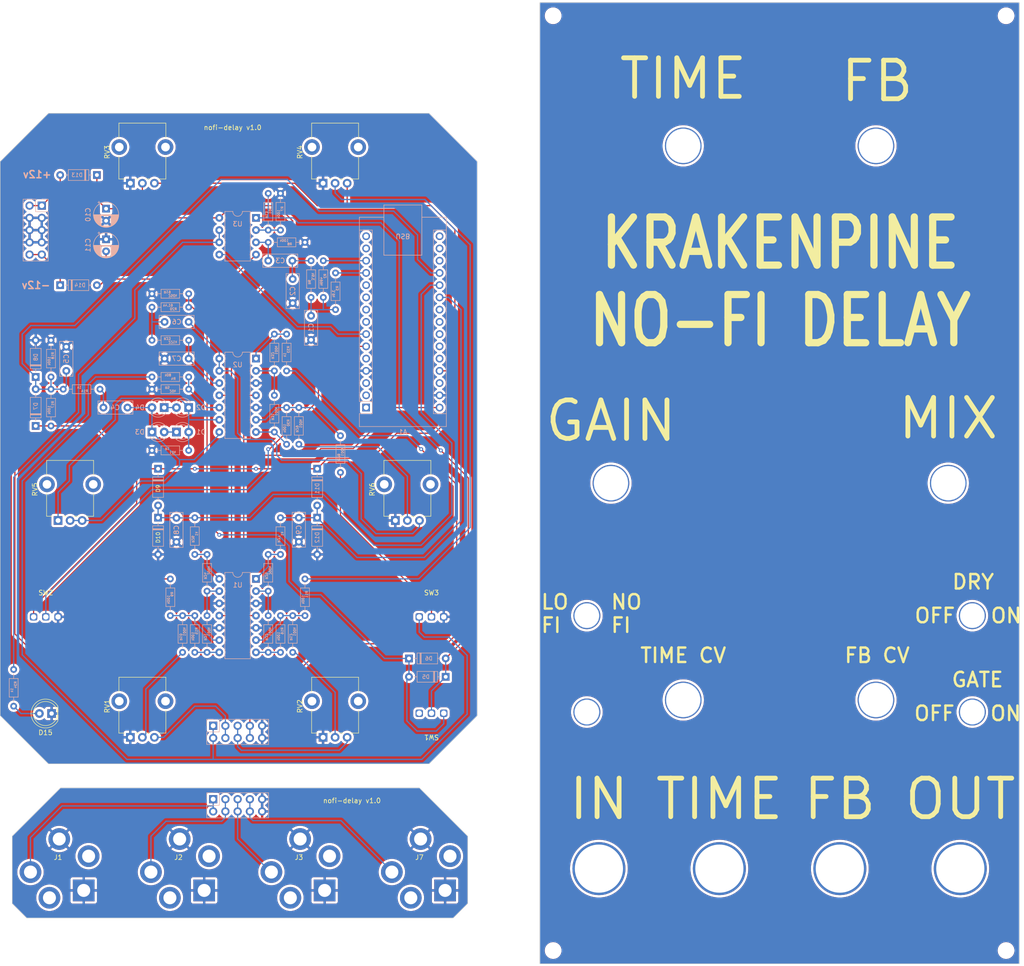
<source format=kicad_pcb>
(kicad_pcb (version 20240108) (generator "pcbnew") (generator_version "8.0")
  (layers (0 "F.Cu" signal) (31 "B.Cu" signal) (34 "B.Paste" user) (35 "F.Paste" user) (36 "B.SilkS" user "B.Silkscreen") (37 "F.SilkS" user "F.Silkscreen") (38 "B.Mask" user) (39 "F.Mask" user) (44 "Edge.Cuts" user))
  (net 0 "")
  (net 2 "D0")
  (net 4 "GND")
  (net 5 "D2")
  (net 6 "D3")
  (net 7 "D4")
  (net 8 "D5")
  (net 9 "D6")
  (net 10 "D7")
  (net 11 "D8")
  (net 12 "D9")
  (net 13 "D10")
  (net 14 "D11")
  (net 15 "D12")
  (net 16 "D13")
  (net 19 "A0")
  (net 20 "A1")
  (net 21 "A2")
  (net 22 "A3")
  (net 23 "A4")
  (net 24 "A5")
  (net 25 "A6")
  (net 26 "A7")
  (net 27 "+5V")
  (net 29 "+12V")
  (net 30 "Net-(C1-Pad1)")
  (net 31 "Net-(C2-Pad1)")
  (net 32 "Net-(U3A-+)")
  (net 33 "Net-(D3-K)")
  (net 34 "Net-(C4-Pad2)")
  (net 35 "Net-(C6-Pad1)")
  (net 36 "Net-(U2C-+)")
  (net 37 "-12V")
  (net 38 "Net-(D1-K)")
  (net 39 "Net-(D1-A)")
  (net 40 "Net-(D2-A)")
  (net 41 "Net-(D5-K)")
  (net 42 "Net-(D5-A)")
  (net 43 "Net-(D13-A)")
  (net 44 "Net-(D14-K)")
  (net 45 "Net-(D15-A)")
  (net 46 "f_gnd")
  (net 48 "audio-in-f")
  (net 51 "length_cv_f")
  (net 54 "fb_cv_f")
  (net 56 "output-f")
  (net 57 "audio-in-b")
  (net 58 "length_cv_b")
  (net 59 "fb_cv_b")
  (net 60 "output-b")
  (net 63 "Net-(U3A--)")
  (net 64 "length-pot")
  (net 65 "Net-(U1D--)")
  (net 66 "length-cv-pot")
  (net 67 "fb-pot")
  (net 68 "Net-(U1A--)")
  (net 69 "fb-cv-pot")
  (net 70 "Net-(R15-Pad2)")
  (net 71 "Net-(R16-Pad2)")
  (net 72 "Net-(U1C--)")
  (net 73 "Net-(U1B--)")
  (net 74 "Net-(R24-Pad2)")
  (net 75 "Net-(R25-Pad2)")
  (net 76 "Net-(SW3-B)")
  (net 77 "Net-(U2D--)")
  (net 78 "Net-(R29-Pad1)")
  (net 79 "Net-(R30-Pad2)")
  (net 80 "Net-(U2B--)")
  (net 81 "Net-(R32-Pad2)")
  (net 82 "Net-(U3B--)")
  (net 84 "Net-(U2D-+)")
  (net 85 "Net-(U2A--)")
  (footprint "omat:Alpha pot hole 7.1mm" (layer "F.Cu") (at 197.25 44.75)
    (property "Reference" "REF**" (hide yes))
    (property "Value" "Alpha pot hole 7.1mm" (hide yes))
  )
  (footprint "omat:Jack_6.5mm LMNCmid" (layer "F.Cu") (at 52.5 195)
    (property "Reference" "J2")
    (property "Value" "length_cv")
  )
  (footprint "omat:Potentiometer_Alpha_RD901F-40-00D_Single_Vertical_CircularHoles_Middle" (layer "F.Cu") (at 85 45)
    (property "Reference" "RV4")
    (property "Value" "feedback")
  )
  (footprint "omat:Alpha pot hole 7.1mm" (layer "F.Cu") (at 197.25 159.75)
    (property "Reference" "REF**" (hide yes))
    (property "Value" "Alpha pot hole 7.1mm" (hide yes))
  )
  (footprint "omat:Potentiometer_Alpha_RD901F-40-00D_Single_Vertical_CircularHoles_Middle" (layer "F.Cu") (at 30 115)
    (property "Reference" "RV5")
    (property "Value" "audio-in")
  )
  (footprint "MountingHole:MountingHole_3mm" (layer "F.Cu") (at 130.25 17.75)
    (property "Reference" "REF**" (hide yes))
    (property "Value" "MountingHole_3mm" (hide yes))
  )
  (footprint "omat:6,3mm jack hole 10mm" (layer "F.Cu") (at 214.75 194.75)
    (property "Reference" "REF**" (hide yes))
    (property "Value" "6,3mm jack hole 10mm" (hide yes))
  )
  (footprint "omat:Alpha pot hole 7.1mm" (layer "F.Cu") (at 157.25 159.75)
    (property "Reference" "REF**" (hide yes))
    (property "Value" "Alpha pot hole 7.1mm" (hide yes))
  )
  (footprint "omat:6,3mm jack hole 10mm" (layer "F.Cu") (at 139.75 194.75)
    (property "Reference" "REF**" (hide yes))
    (property "Value" "6,3mm jack hole 10mm" (hide yes))
  )
  (footprint "omat:Jack_6.5mm LMNCmid" (layer "F.Cu") (at 27.5 195)
    (property "Reference" "J1")
    (property "Value" "input")
  )
  (footprint "omat:Alpha pot hole 7.1mm" (layer "F.Cu") (at 212.25 114.75)
    (property "Reference" "REF**" (hide yes))
    (property "Value" "Alpha pot hole 7.1mm" (hide yes))
  )
  (footprint "MountingHole:MountingHole_3mm" (layer "F.Cu") (at 224.25 17.75)
    (property "Reference" "REF**" (hide yes))
    (property "Value" "MountingHole_3mm" (hide yes))
  )
  (footprint "omat:submini switch" (layer "F.Cu") (at 24.96 142.5)
    (property "Reference" "SW2")
    (property "Value" "lofi-nofi")
  )
  (footprint "omat:submini switch" (layer "F.Cu") (at 105 142.5)
    (property "Reference" "SW3")
    (property "Value" "fullwet")
  )
  (footprint "omat:Jack_6.5mm LMNCmid" (layer "F.Cu") (at 77.5 195)
    (property "Reference" "J3")
    (property "Value" "feedback_cv")
  )
  (footprint "omat:6,3mm jack hole 10mm" (layer "F.Cu") (at 164.75 194.75)
    (property "Reference" "REF**" (hide yes))
    (property "Value" "6,3mm jack hole 10mm" (hide yes))
  )
  (footprint "omat:6,3mm jack hole 10mm" (layer "F.Cu") (at 189.75 194.75)
    (property "Reference" "REF**" (hide yes))
    (property "Value" "6,3mm jack hole 10mm" (hide yes))
  )
  (footprint "omat:Subminiswitch hole 5.1mm" (layer "F.Cu") (at 137.25 162.25)
    (property "Reference" "REF**" (hide yes))
    (property "Value" "Subminiswitch hole 5.1mm" (hide yes))
  )
  (footprint "omat:submini switch" (layer "F.Cu") (at 105 162.5 180)
    (property "Reference" "SW1")
    (property "Value" "gate")
  )
  (footprint "omat:Potentiometer_Alpha_RD901F-40-00D_Single_Vertical_CircularHoles_Middle" (layer "F.Cu") (at 85 160)
    (property "Reference" "RV2")
    (property "Value" "fb_cv")
  )
  (footprint "omat:Potentiometer_Alpha_RD901F-40-00D_Single_Vertical_CircularHoles_Middle" (layer "F.Cu") (at 100 115)
    (property "Reference" "RV6")
    (property "Value" "delay-vol")
  )
  (footprint "omat:Alpha pot hole 7.1mm" (layer "F.Cu") (at 142.25 114.75)
    (property "Reference" "REF**" (hide yes))
    (property "Value" "Alpha pot hole 7.1mm" (hide yes))
  )
  (footprint "omat:Subminiswitch hole 5.1mm" (layer "F.Cu") (at 217.25 162.25)
    (property "Reference" "REF**" (hide yes))
    (property "Value" "Subminiswitch hole 5.1mm" (hide yes))
  )
  (footprint "omat:Subminiswitch hole 5.1mm" (layer "F.Cu") (at 217.25 142.25)
    (property "Reference" "REF**" (hide yes))
    (property "Value" "Subminiswitch hole 5.1mm" (hide yes))
  )
  (footprint "MountingHole:MountingHole_3mm" (layer "F.Cu") (at 130.25 211.75)
    (property "Reference" "REF**" (hide yes))
    (property "Value" "MountingHole_3mm" (hide yes))
  )
  (footprint "omat:Subminiswitch hole 5.1mm" (layer "F.Cu") (at 137.25 142.25)
    (property "Reference" "REF**" (hide yes))
    (property "Value" "Subminiswitch hole 5.1mm" (hide yes))
  )
  (footprint "MountingHole:MountingHole_3mm" (layer "F.Cu") (at 224.25 211.75)
    (property "Reference" "REF**" (hide yes))
    (property "Value" "MountingHole_3mm" (hide yes))
  )
  (footprint "omat:Potentiometer_Alpha_RD901F-40-00D_Single_Vertical_CircularHoles_Middle" (layer "F.Cu") (at 45 45)
    (property "Reference" "RV3")
    (property "Value" "delay_length")
  )
  (footprint "LED_THT:LED_D5.0mm" (layer "F.Cu") (at 26.162 162.56 180)
    (property "Reference" "D15")
    (property "Value" "LED")
  )
  (footprint "omat:Jack_6.5mm LMNCmid" (layer "F.Cu") (at 102.5 195)
    (property "Reference" "J7")
    (property "Value" "output")
  )
  (footprint "omat:Potentiometer_Alpha_RD901F-40-00D_Single_Vertical_CircularHoles_Middle" (layer "F.Cu") (at 45 160)
    (property "Reference" "RV1")
    (property "Value" "length_cv")
  )
  (footprint "omat:Alpha pot hole 7.1mm" (layer "F.Cu") (at 157.25 44.75)
    (property "Reference" "REF**" (hide yes))
    (property "Value" "Alpha pot hole 7.1mm" (hide yes))
  )
  (footprint "Diode_THT:D_DO-35_SOD27_P7.62mm_Horizontal" (layer "B.Cu") (at 27.94 73.66)
    (property "Reference" "D14" (hide yes))
    (property "Value" "BAT42" (hide yes))
  )
  (footprint "omat:Resistor_oma1" (layer "B.Cu") (at 85.09 74.93 -90)
    (property "Reference" "R3")
    (property "Value" "3.9k")
  )
  (footprint "omat:Resistor_oma1" (layer "B.Cu") (at 78.74 138.43 -90)
    (property "Reference" "R11")
    (property "Value" "100k")
  )
  (footprint "Diode_THT:D_DO-35_SOD27_P7.62mm_Horizontal" (layer "B.Cu") (at 22.86 92.71 90)
    (property "Reference" "D8" (hide yes))
    (property "Value" "BAT42" (hide yes))
  )
  (footprint "omat:Resistor_oma1" (layer "B.Cu") (at 26.035 88.9 -90)
    (property "Reference" "R18")
    (property "Value" "100k")
  )
  (footprint "omat:Resistor_oma1" (layer "B.Cu") (at 74.93 87.63 -90)
    (property "Reference" "R33")
    (property "Value" "1k")
  )
  (footprint "omat:Resistor_oma1" (layer "B.Cu") (at 53.34 146.05 90)
    (property "Reference" "R10")
    (property "Value" "100k")
  )
  (footprint "omat:Resistor_oma1" (layer "B.Cu") (at 74.93 64.77 180)
    (property "Reference" "R8")
    (property "Value" "100k")
  )
  (footprint "Capacitor_THT:C_Rect_L7.0mm_W2.5mm_P5.00mm" (layer "B.Cu") (at 41.91 99.06 180)
    (property "Reference" "C4")
    (property "Value" "100n" (hide yes))
  )
  (footprint "Capacitor_THT:C_Rect_L7.0mm_W2.5mm_P5.00mm" (layer "B.Cu") (at 29.21 91.44 90)
    (property "Reference" "C5")
    (property "Value" "10n" (hide yes))
  )
  (footprint "omat:Resistor_oma1" (layer "B.Cu") (at 50.8 78.232 180)
    (property "Reference" "R20")
    (property "Value" "61.4k")
  )
  (footprint "Module:Arduino_Nano" (layer "B.Cu") (at 91.44 99.06)
    (property "Reference" "A1")
    (property "Value" "Arduino_Nano_v3.x")
  )
  (footprint "Capacitor_THT:C_Rect_L7.0mm_W2.5mm_P5.00mm" (layer "B.Cu") (at 71.12 68.58)
    (property "Reference" "C3")
    (property "Value" "100n" (hide yes))
  )
  (footprint "Diode_THT:D_DO-35_SOD27_P7.62mm_Horizontal" (layer "B.Cu") (at 100.33 151.13)
    (property "Reference" "D6" (hide yes))
    (property "Value" "BAT42" (hide yes))
  )
  (footprint "omat:Resistor_oma1" (layer "B.Cu") (at 50.8 92.71 180)
    (property "Reference" "R4")
    (property "Value" "80k")
  )
  (footprint "Package_DIP:DIP-14_W7.62mm" (layer "B.Cu") (at 68.58 88.9 180)
    (property "Reference" "U2")
    (property "Value" "TL074")
  )
  (footprint "Capacitor_THT:C_Rect_L7.0mm_W2.5mm_P5.00mm" (layer "B.Cu") (at 54.61 88.9 180)
    (property "Reference" "C7")
    (property "Value" "100p" (hide yes))
  )
  (footprint "omat:Resistor_oma1" (layer "B.Cu") (at 73.66 146.05 -90)
    (property "Reference" "R16")
    (property "Value" "100k")
  )
  (footprint "Diode_THT:D_DO-35_SOD27_P7.62mm_Horizontal" (layer "B.Cu") (at 35.56 50.8 180)
    (property "Reference" "D13" (hide yes))
    (property "Value" "BAT42" (hide yes))
  )
  (footprint "omat:Resistor_oma1" (layer "B.Cu") (at 55.88 125.73 90)
    (property "Reference" "R26")
    (property "Value" "1k")
  )
  (footprint "omat:Resistor_oma1" (layer "B.Cu") (at 55.88 146.05 -90)
    (property "Reference" "R15")
    (property "Value" "100k")
  )
  (footprint "LED_THT:LED_D3.0mm" (layer "B.Cu") (at 46.99 104.14)
    (property "Reference" "D3")
    (property "Value" "LED" (hide yes))
  )
  (footprint "Connector_PinHeader_2.54mm:PinHeader_2x05_P2.54mm_Vertical" (layer "B.Cu") (at 59.69 180.34 -90)
    (property "Reference" "J5" (hide yes))
    (property "Value" "Conn_02x05_Odd_Even" (hide yes))
  )
  (footprint "omat:Resistor_oma1" (layer "B.Cu") (at 26.035 99.06 -90)
    (property "Reference" "R17")
    (property "Value" "100k")
  )
  (footprint "omat:Resistor_oma1" (layer "B.Cu") (at 58.42 146.05 90)
    (property "Reference" "R21")
    (property "Value" "100k")
  )
  (footprint "omat:Resistor_oma1" (layer "B.Cu") (at 50.8 85.09)
    (property "Reference" "R23")
    (property "Value" "221k")
  )
  (footprint "omat:Resistor_oma1" (layer "B.Cu") (at 71.12 58.42 90)
    (property "Reference" "R13")
    (property "Value" "100k")
  )
  (footprint "omat:Resistor_oma1" (layer "B.Cu") (at 71.12 133.35 90)
    (property "Reference" "R25")
    (property "Value" "200k")
  )
  (footprint "omat:Resistor_oma1" (layer "B.Cu") (at 50.8 95.25)
    (property "Reference" "R5")
    (property "Value" "20k")
  )
  (footprint "omat:Resistor_oma1" (layer "B.Cu") (at 18.288 157.226 -90)
    (property "Reference" "R34")
    (property "Value" "1k")
  )
  (footprint "omat:Resistor_oma1" (layer "B.Cu") (at 71.12 146.05 90)
    (property "Reference" "R22")
    (property "Value" "100k")
  )
  (footprint "Diode_THT:D_DO-35_SOD27_P7.62mm_Horizontal" (layer "B.Cu") (at 107.95 154.94 180)
    (property "Reference" "D5" (hide yes))
    (property "Value" "BAT42" (hide yes))
  )
  (footprint "Capacitor_THT:CP_Radial_D5.0mm_P2.50mm" (layer "B.Cu") (at 37.465 57.785 -90)
    (property "Reference" "C10")
    (property "Value" "C_Polarized" (hide yes))
  )
  (footprint "Capacitor_THT:C_Rect_L7.0mm_W2.5mm_P5.00mm" (layer "B.Cu") (at 80.01 80.01 -90)
    (property "Reference" "C1")
    (property "Value" "22n" (hide yes))
  )
  (footprint "Diode_THT:D_DO-35_SOD27_P7.62mm_Horizontal" (layer "B.Cu") (at 81.28 121.92 -90)
    (property "Reference" "D12" (hide yes))
    (property "Value" "BAT42" (hide yes))
  )
  (footprint "Capacitor_THT:C_Rect_L7.0mm_W2.5mm_P5.00mm" (layer "B.Cu") (at 76.2 72.39 -90)
    (property "Reference" "C2")
    (property "Value" "10n" (hide yes))
  )
  (footprint "omat:Resistor_oma1" (layer "B.Cu") (at 50.8 138.43 -90)
    (property "Reference" "R9")
    (property "Value" "100k")
  )
  (footprint "Diode_THT:D_DO-35_SOD27_P7.62mm_Horizontal" (layer "B.Cu") (at 22.86 102.87 90)
    (property "Reference" "D7" (hide yes))
    (property "Value" "BAT42" (hide yes))
  )
  (footprint "omat:Resistor_oma1" (layer "B.Cu") (at 77.47 102.87 90)
    (property "Reference" "R29")
    (property "Value" "100k")
  )
  (footprint "omat:Resistor_oma1" (layer "B.Cu") (at 58.42 133.35 90)
    (property "Reference" "R24")
    (property "Value" "200k")
  )
  (footprint "Diode_THT:D_DO-35_SOD27_P7.62mm_Horizontal" (layer "B.Cu") (at 48.26 111.76 -90)
    (property "Reference" "D9" (hide yes))
    (property "Value" "BAT42" (hide yes))
  )
  (footprint "omat:Resistor_oma1" (layer "B.Cu") (at 76.2 146.05 90)
    (property "Reference" "R12")
    (property "Value" "100k")
  )
  (footprint "LED_THT:LED_D3.0mm" (layer "B.Cu") (at 49.53 99.06 180)
    (property "Reference" "D4")
    (property "Value" "LED" (hide yes))
  )
  (footprint "Package_DIP:DIP-14_W7.62mm" (layer "B.Cu") (at 68.58 134.62 180)
    (property "Reference" "U1")
    (property "Value" "TL074")
  )
  (footprint "LED_THT:LED_D3.0mm" (layer "B.Cu") (at 54.61 99.06 180)
    (property "Reference" "D2")
    (property "Value" "LED" (hide yes))
  )
  (footprint "omat:Resistor_oma1" (layer "B.Cu") (at 86.106 108.712 90)
    (property "Reference" "R28")
    (property "Value" "100k")
  )
  (footprint "omat:Resistor_oma1" (layer "B.Cu") (at 72.39 87.63 90)
    (property "Reference" "R32")
    (property "Value" "100k")
  )
  (footprint "omat:Resistor_oma1" (layer "B.Cu") (at 50.8 107.95)
    (property "Reference" "R1")
    (property "Value" "10k")
  )
  (footprint "omat:Resistor_oma1" (layer "B.Cu") (at 73.66 125.73 90)
    (property "Reference" "R27")
    (property "Value" "1k")
  )
  (footprint "omat:Resistor_oma1" (layer "B.Cu") (at 32.385 95.25 180)
    (property "Reference" "R14")
    (property "Value" "1k")
  )
  (footprint "omat:Resistor_oma1" (layer "B.Cu") (at 73.66 58.42 -90)
    (property "Reference" "R7")
    (property "Value" "100k")
  )
  (footprint "Connector_PinHeader_2.54mm:PinHeader_2x05_P2.54mm_Vertical" (layer "B.Cu") (at 59.69 165.1 -90)
    (property "Reference" "J6" (hide yes))
    (property "Value" "Conn_02x05_Odd_Even" (hide yes))
  )
  (footprint "Capacitor_THT:CP_Radial_D5.0mm_P2.50mm" (layer "B.Cu") (at 37.465 64.135 -90)
    (property "Reference" "C11")
    (property "Value" "C_Polarized" (hide yes))
  )
  (footprint "omat:Resistor_oma1" (layer "B.Cu") (at 80.01 72.39 90)
    (property "Reference" "R6")
    (property "Value" "3.9k")
  )
  (footprint "Diode_THT:D_DO-35_SOD27_P7.62mm_Horizontal" (layer "B.Cu") (at 81.28 111.76 -90)
    (property "Reference" "D11" (hide yes))
    (property "Value" "BAT42" (hide yes))
  )
  (footprint "Connector_PinHeader_2.54mm:PinHeader_2x05_P2.54mm_Vertical" (layer "B.Cu") (at 24.125 57.15 180)
    (property "Reference" "J4" (hide yes))
    (property "Value" "Conn_02x05_Odd_Even" (hide yes))
  )
  (footprint "omat:Resistor_oma1" (layer "B.Cu") (at 82.55 72.39 -90)
    (property "Reference" "R2")
    (property "Value" "499k")
  )
  (footprint "omat:Resistor_oma1" (layer "B.Cu") (at 74.93 102.87 -90)
    (property "Reference" "R30")
    (property "Value" "100k")
  )
  (footprint "LED_THT:LED_D3.0mm" (layer "B.Cu") (at 52.07 104.14)
    (property "Reference" "D1")
    (property "Value" "LED" (hide yes))
  )
  (footprint "Diode_THT:D_DO-35_SOD27_P7.62mm_Horizontal" (layer "B.Cu") (at 48.26 121.92 -90)
    (property "Reference" "D10" (hide yes))
    (property "Value" "BAT42" (hide yes))
  )
  (footprint "Capacitor_THT:C_Rect_L7.0mm_W2.5mm_P5.00mm" (layer "B.Cu") (at 52.07 121.96 -90)
    (property "Reference" "C8")
    (property "Value" "10n" (hide yes))
  )
  (footprint "omat:Resistor_oma1" (layer "B.Cu") (at 72.39 100.33 90)
    (property "Reference" "R31")
    (property "Value" "100k")
  )
  (footprint "Package_DIP:DIP-8_W7.62mm" (layer "B.Cu") (at 68.58 59.69 180)
    (property "Reference" "U3")
    (property "Value" "TL072")
  )
  (footprint "Capacitor_THT:C_Rect_L7.0mm_W2.5mm_P5.00mm" (layer "B.Cu") (at 77.47 121.92 -90)
    (property "Reference" "C9")
    (property "Value" "10n" (hide yes))
  )
  (footprint "Capacitor_THT:C_Rect_L7.0mm_W2.5mm_P5.00mm" (layer "B.Cu") (at 49.61 81.28)
    (property "Reference" "C6")
    (property "Value" "1n" (hide yes))
  )
  (footprint "omat:Resistor_oma1" (layer "B.Cu") (at 50.8 75.438)
    (property "Reference" "R19")
    (property "Value" "250k")
  )
  (gr_poly (pts (xy 104.5 38) (xy 114.5 48) (xy 114.5 163) (xy 104.5 173) (xy 25.5 173) (xy 15.5 163) (xy 15.5 48) (xy 25.5 38)) (stroke (width 0.1)) (fill none) (layer "Edge.Cuts"))
  (gr_rect (start 127.5 15) (end 227 214.5) (stroke (width 0.1)) (fill none) (layer "Edge.Cuts"))
  (gr_poly (pts (xy 109.5 205) (xy 112.5 202) (xy 112.5 188) (xy 102.5 178) (xy 28 178) (xy 18 188) (xy 18 202) (xy 21 205)) (stroke (width 0.1)) (fill none) (layer "Edge.Cuts"))
  (gr_text "+12v" (at 26.289 51.562 0) (layer "B.SilkS") (effects (font (size 1.5 1.5) (thickness 0.3) (bold yes)) (justify left bottom mirror)))
  (gr_text "-12v" (at 26.035 74.549 0) (layer "B.SilkS") (effects (font (size 1.5 1.5) (thickness 0.3) (bold yes)) (justify left bottom mirror)))
  (gr_text "TIME" (at 164.75 185 0) (layer "F.SilkS") (effects (font (size 8 8) (thickness 1)) (justify bottom)))
  (gr_text "ON" (at 220.8 144 0) (layer "F.SilkS") (effects (font (size 3 3) (thickness 0.5) (bold yes)) (justify left bottom)))
  (gr_text "TIME CV" (at 157.25 150.5 0) (layer "F.SilkS") (effects (font (size 3 3) (thickness 0.5) (bold yes))))
  (gr_text "FB" (at 197.5 36 0) (layer "F.SilkS") (effects (font (size 8 8) (thickness 1)) (justify bottom)))
  (gr_text "FB CV" (at 197.5 150.5 0) (layer "F.SilkS") (effects (font (size 3 3) (thickness 0.5) (bold yes))))
  (gr_text "NO\nFI" (at 142 146 0) (layer "F.SilkS") (effects (font (size 3 3) (thickness 0.5) (bold yes)) (justify left bottom)))
  (gr_text "MIX" (at 212.25 106 0) (layer "F.SilkS") (effects (font (size 8 8) (thickness 1)) (justify bottom)))
  (gr_text "OFF" (at 204.9 164.3 0) (layer "F.SilkS") (effects (font (size 3 3) (thickness 0.5) (bold yes)) (justify left bottom)))
  (gr_text "OFF" (at 205 144 0) (layer "F.SilkS") (effects (font (size 3 3) (thickness 0.5) (bold yes)) (justify left bottom)))
  (gr_text "TIME" (at 157.25 35.5 0) (layer "F.SilkS") (effects (font (size 8 8) (thickness 1)) (justify bottom)))
  (gr_text "OUT" (at 214.75 185 0) (layer "F.SilkS") (effects (font (size 8 8) (thickness 1)) (justify bottom)))
  (gr_text "DRY" (at 212.8 137 0) (layer "F.SilkS") (effects (font (size 3 3) (thickness 0.5) (bold yes)) (justify left bottom)))
  (gr_text "KRAKENPINE\nNO-FI DELAY" (at 177.4 73 0) (layer "F.SilkS") (effects (font (size 10 8) (thickness 1.5))))
  (gr_text "GATE" (at 212.7 157.3 0) (layer "F.SilkS") (effects (font (size 3 3) (thickness 0.5) (bold yes)) (justify left bottom)))
  (gr_text "IN" (at 139.75 185 0) (layer "F.SilkS") (effects (font (size 8 8) (thickness 1)) (justify bottom)))
  (gr_text "GAIN" (at 142.25 106.5 0) (layer "F.SilkS") (effects (font (size 8 8) (thickness 1)) (justify bottom)))
  (gr_text "FB" (at 189.75 185 0) (layer "F.SilkS") (effects (font (size 8 8) (thickness 1)) (justify bottom)))
  (gr_text "nofi-delay v1.0" (at 57.658 41.529 0) (layer "F.SilkS") (effects (font (size 1 1)) (justify left bottom)))
  (gr_text "ON" (at 220.7 164.3 0) (layer "F.SilkS") (effects (font (size 3 3) (thickness 0.5) (bold yes)) (justify left bottom)))
  (gr_text "nofi-delay v1.0" (at 82.423 181.229 0) (layer "F.SilkS") (effects (font (size 1 1)) (justify left bottom)))
  (gr_text "LO\nFI" (at 127.5 146 0) (layer "F.SilkS") (effects (font (size 3 3) (thickness 0.5) (bold yes)) (justify left bottom)))
  (segment (start 81.534 94.742) (end 89.916 86.36) (width 0.25) (layer "F.Cu") (net 6))
  (segment (start 89.916 86.36) (end 91.44 86.36) (width 0.25) (layer "F.Cu") (net 6))
  (segment (start 81.534 97.536) (end 81.534 94.742) (width 0.25) (layer "F.Cu") (net 6))
  (segment (start 71.12 107.696) (end 71.374 107.696) (width 0.25) (layer "F.Cu") (net 6))
  (segment (start 71.374 107.696) (end 81.534 97.536) (width 0.25) (layer "F.Cu") (net 6))
  (via (at 71.12 107.696) (size 0.8) (drill 0.4) (layers "F.Cu" "B.Cu") (net 6))
  (segment (start 24.96 138.108) (end 24.96 142.5) (width 0.25) (layer "B.Cu") (net 6))
  (segment (start 66.802 116.078) (end 46.99 116.078) (width 0.25) (layer "B.Cu") (net 6))
  (segment (start 46.99 116.078) (end 24.96 138.108) (width 0.25) (layer "B.Cu") (net 6))
  (segment (start 71.12 111.76) (end 66.802 116.078) (width 0.25) (layer "B.Cu") (net 6))
  (segment (start 71.12 107.696) (end 71.12 111.76) (width 0.25) (layer "B.Cu") (net 6))
  (segment (start 85.598 83.82) (end 91.44 83.82) (width 0.25) (layer "B.Cu") (net 7))
  (segment (start 84.074 82.296) (end 85.598 83.82) (width 0.25) (layer "B.Cu") (net 7))
  (segment (start 77.216 82.296) (end 84.074 82.296) (width 0.25) (layer "B.Cu") (net 7))
  (segment (start 62.23 67.31) (end 77.216 82.296) (width 0.25) (layer "B.Cu") (net 7))
  (segment (start 60.96 67.31) (end 62.23 67.31) (width 0.25) (layer "B.Cu") (net 7))
  (segment (start 85.09 71.12) (end 91.44 71.12) (width 0.25) (layer "B.Cu") (net 12))
  (segment (start 82.55 68.58) (end 91.44 68.58) (width 0.25) (layer "B.Cu") (net 13))
  (segment (start 26.035 92.71) (end 26.035 95.25) (width 0.25) (layer "B.Cu") (net 19))
  (segment (start 22.86 92.71) (end 22.86 95.25) (width 0.25) (layer "B.Cu") (net 19))
  (segment (start 97.155 58.293) (end 102.108 63.246) (width 0.25) (layer "B.Cu") (net 19))
  (segment (start 20.066 89.916) (end 20.066 83.82) (width 0.25) (layer "B.Cu") (net 19))
  (segment (start 22.86 92.71) (end 20.066 89.916) (width 0.25) (layer "B.Cu") (net 19))
  (segment (start 30.988 82.042) (end 61.341 51.689) (width 0.25) (layer "B.Cu") (net 19))
  (segment (start 20.066 83.82) (end 21.844 82.042) (width 0.25) (layer "B.Cu") (net 19))
  (segment (start 22.86 95.25) (end 26.035 95.25) (width 0.25) (layer "B.Cu") (net 19))
  (segment (start 75.057 51.689) (end 81.661 58.293) (width 0.25) (layer "B.Cu") (net 19))
  (segment (start 102.108 68.326) (end 104.902 71.12) (width 0.25) (layer "B.Cu") (net 19))
  (segment (start 21.844 82.042) (end 30.988 82.042) (width 0.25) (layer "B.Cu") (net 19))
  (segment (start 102.108 63.246) (end 102.108 68.326) (width 0.25) (layer "B.Cu") (net 19))
  (segment (start 81.661 58.293) (end 97.155 58.293) (width 0.25) (layer "B.Cu") (net 19))
  (segment (start 29.21 91.44) (end 29.21 94.615) (width 0.25) (layer "B.Cu") (net 19))
  (segment (start 29.21 94.615) (end 28.575 95.25) (width 0.25) (layer "B.Cu") (net 19))
  (segment (start 61.341 51.689) (end 75.057 51.689) (width 0.25) (layer "B.Cu") (net 19))
  (segment (start 28.575 95.25) (end 26.035 95.25) (width 0.25) (layer "B.Cu") (net 19))
  (segment (start 104.902 71.12) (end 106.68 71.12) (width 0.25) (layer "B.Cu") (net 19))
  (segment (start 102.87 75.565) (end 104.775 73.66) (width 0.25) (layer "B.Cu") (net 20))
  (segment (start 109.22 106.426) (end 102.87 100.076) (width 0.25) (layer "B.Cu") (net 20))
  (segment (start 102.87 100.076) (end 102.87 75.565) (width 0.25) (layer "B.Cu") (net 20))
  (segment (start 82.55 117.094) (end 93.091 127.635) (width 0.25) (layer "B.Cu") (net 20))
  (segment (start 109.22 121.285) (end 109.22 106.426) (width 0.25) (layer "B.Cu") (net 20))
  (segment (start 55.88 121.92) (end 67.31 121.92) (width 0.25) (layer "B.Cu") (net 20))
  (segment (start 55.84 121.96) (end 55.88 121.92) (width 0.25) (layer "B.Cu") (net 20))
  (segment (start 67.31 121.92) (end 72.136 117.094) (width 0.25) (layer "B.Cu") (net 20))
  (segment (start 52.03 121.92) (end 52.07 121.96) (width 0.25) (layer "B.Cu") (net 20))
  (segment (start 48.26 119.38) (end 48.26 121.92) (width 0.25) (layer "B.Cu") (net 20))
  (segment (start 72.136 117.094) (end 82.55 117.094) (width 0.25) (layer "B.Cu") (net 20))
  (segment (start 102.87 127.635) (end 109.22 121.285) (width 0.25) (layer "B.Cu") (net 20))
  (segment (start 52.07 121.96) (end 55.84 121.96) (width 0.25) (layer "B.Cu") (net 20))
  (segment (start 48.26 121.92) (end 52.03 121.92) (width 0.25) (layer "B.Cu") (net 20))
  (segment (start 93.091 127.635) (end 102.87 127.635) (width 0.25) (layer "B.Cu") (net 20))
  (segment (start 104.775 73.66) (end 106.68 73.66) (width 0.25) (layer "B.Cu") (net 20))
  (segment (start 111.125 78.74) (end 108.585 76.2) (width 0.25) (layer "B.Cu") (net 21))
  (segment (start 77.47 121.92) (end 81.28 121.92) (width 0.25) (layer "B.Cu") (net 21))
  (segment (start 111.125 122.555) (end 111.125 78.74) (width 0.25) (layer "B.Cu") (net 21))
  (segment (start 81.28 121.92) (end 89.535 130.175) (width 0.25) (layer "B.Cu") (net 21))
  (segment (start 81.28 119.38) (end 81.28 121.92) (width 0.25) (layer "B.Cu") (net 21))
  (segment (start 103.505 130.175) (end 111.125 122.555) (width 0.25) (layer "B.Cu") (net 21))
  (segment (start 73.66 121.92) (end 77.47 121.92) (width 0.25) (layer "B.Cu") (net 21))
  (segment (start 89.535 130.175) (end 103.505 130.175) (width 0.25) (layer "B.Cu") (net 21))
  (segment (start 108.585 76.2) (end 106.68 76.2) (width 0.25) (layer "B.Cu") (net 21))
  (segment (start 104.902 57.15) (end 109.855 62.103) (width 0.25) (layer "F.Cu") (net 27))
  (segment (start 81.28 111.76) (end 68.58 111.76) (width 0.25) (layer "F.Cu") (net 27))
  (segment (start 109.855 62.103) (end 109.855 91.44) (width 0.25) (layer "F.Cu") (net 27))
  (segment (start 109.855 100.203) (end 105.664 104.394) (width 0.25) (layer "F.Cu") (net 27))
  (segment (start 22.42 140.394) (end 22.42 142.5) (width 0.25) (layer "F.Cu") (net 27))
  (segment (start 97.79 104.394) (end 92.583 109.601) (width 0.25) (layer "F.Cu") (net 27))
  (segment (start 22.86 102.87) (end 26.035 102.87) (width 0.25) (layer "F.Cu") (net 27))
  (segment (start 47.5 52.5) (end 76.63 52.5) (width 0.25) (layer "F.Cu") (net 27))
  (segment (start 43.815 111.76) (end 48.26 111.76) (width 0.25) (layer "F.Cu") (net 27))
  (segment (start 106.68 91.44) (end 109.855 91.44) (width 0.25) (layer "F.Cu") (net 27))
  (segment (start 83.439 109.601) (end 81.28 111.76) (width 0.25) (layer "F.Cu") (net 27))
  (segment (start 76.63 52.5) (end 81.28 57.15) (width 0.25) (layer "F.Cu") (net 27))
  (segment (start 43.815 118.999) (end 22.42 140.394) (width 0.25) (layer "F.Cu") (net 27))
  (segment (start 109.855 91.44) (end 109.855 100.203) (width 0.25) (layer "F.Cu") (net 27))
  (segment (start 34.925 102.87) (end 43.815 111.76) (width 0.25) (layer "F.Cu") (net 27))
  (segment (start 87.5 57.02) (end 87.63 57.15) (width 0.25) (layer "F.Cu") (net 27))
  (segment (start 105.664 104.394) (end 97.79 104.394) (width 0.25) (layer "F.Cu") (net 27))
  (segment (start 87.63 57.15) (end 104.902 57.15) (width 0.25) (layer "F.Cu") (net 27))
  (segment (start 43.815 111.76) (end 43.815 118.999) (width 0.25) (layer "F.Cu") (net 27))
  (segment (start 87.5 52.5) (end 87.5 57.02) (width 0.25) (layer "F.Cu") (net 27))
  (segment (start 48.26 111.76) (end 55.88 111.76) (width 0.25) (layer "F.Cu") (net 27))
  (segment (start 26.035 102.87) (end 34.925 102.87) (width 0.25) (layer "F.Cu") (net 27))
  (segment (start 92.583 109.601) (end 83.439 109.601) (width 0.25) (layer "F.Cu") (net 27))
  (segment (start 81.28 57.15) (end 87.63 57.15) (width 0.25) (layer "F.Cu") (net 27))
  (via (at 68.58 111.76) (size 0.8) (drill 0.4) (layers "F.Cu" "B.Cu") (net 27))
  (via (at 55.88 111.76) (size 0.8) (drill 0.4) (layers "F.Cu" "B.Cu") (net 27))
  (segment (start 55.88 111.76) (end 68.58 111.76) (width 0.25) (layer "B.Cu") (net 27))
  (segment (start 76.2 60.325) (end 73.025 57.15) (width 0.25) (layer "F.Cu") (net 29))
  (segment (start 35.56 55.88) (end 37.465 57.785) (width 0.25) (layer "F.Cu") (net 29))
  (segment (start 66.04 108.585) (end 66.04 96.52) (width 0.25) (layer "F.Cu") (net 29))
  (segment (start 73.025 57.15) (end 63.5 57.15) (width 0.25) (layer "F.Cu") (net 29))
  (segment (start 97.282 99.06) (end 106.68 99.06) (width 0.25) (layer "F.Cu") (net 29))
  (segment (start 63.5 57.15) (end 60.96 59.69) (width 0.25) (layer "F.Cu") (net 29))
  (segment (start 60.96 59.69) (end 43.18 59.69) (width 0.25) (layer "F.Cu") (net 29))
  (segment (start 68.58 142.24) (end 66.675 142.24) (width 0.25) (layer "F.Cu") (net 29))
  (segment (start 76.2 64.135) (end 76.2 60.325) (width 0.25) (layer "F.Cu") (net 29))
  (segment (start 82.042 107.569) (end 88.773 107.569) (width 0.25) (layer "F.Cu") (net 29))
  (segment (start 88.773 107.569) (end 97.282 99.06) (width 0.25) (layer "F.Cu") (net 29))
  (segment (start 66.675 142.24) (end 66.04 141.605) (width 0.25) (layer "F.Cu") (net 29))
  (segment (start 41.275 57.785) (end 37.465 57.785) (width 0.25) (layer "F.Cu") (net 29))
  (segment (start 66.04 96.52) (end 68.58 96.52) (width 0.25) (layer "F.Cu") (net 29))
  (segment (start 73.66 66.675) (end 76.2 64.135) (width 0.25) (layer "F.Cu") (net 29))
  (segment (start 35.56 50.8) (end 35.56 55.88) (width 0.25) (layer "F.Cu") (net 29))
  (segment (start 73.66 70.485) (end 73.66 66.675) (width 0.25) (layer "F.Cu") (net 29))
  (segment (start 66.04 96.52) (end 66.04 78.105) (width 0.25) (layer "F.Cu") (net 29))
  (segment (start 43.18 59.69) (end 41.275 57.785) (width 0.25) (layer "F.Cu") (net 29))
  (segment (start 66.04 108.966) (end 80.645 108.966) (width 0.25) (layer "F.Cu") (net 29))
  (segment (start 66.04 108.585) (end 66.04 108.966) (width 0.25) (layer "F.Cu") (net 29))
  (segment (start 80.645 108.966) (end 82.042 107.569) (width 0.25) (layer "F.Cu") (net 29))
  (segment (start 66.04 141.605) (end 66.04 108.585) (width 0.25) (layer "F.Cu") (net 29))
  (segment (start 66.04 78.105) (end 73.66 70.485) (width 0.25) (layer "F.Cu") (net 29))
  (segment (start 82.55 76.2) (end 82.55 78.74) (width 0.25) (layer "B.Cu") (net 30))
  (segment (start 85.09 78.74) (end 82.55 78.74) (width 0.25) (layer "B.Cu") (net 30))
  (segment (start 82.55 78.74) (end 80.01 78.74) (width 0.25) (layer "B.Cu") (net 30))
  (segment (start 80.01 78.74) (end 80.01 80.01) (width 0.25) (layer "B.Cu") (net 30))
  (segment (start 80.01 78.74) (end 80.01 76.2) (width 0.25) (layer "B.Cu") (net 30))
  (segment (start 76.12 68.58) (end 76.12 72.31) (width 0.25) (layer "B.Cu") (net 31))
  (segment (start 76.12 68.58) (end 80.01 68.58) (width 0.25) (layer "B.Cu") (net 31))
  (segment (start 76.12 72.31) (end 76.2 72.39) (width 0.25) (layer "B.Cu") (net 31))
  (segment (start 71.12 64.77) (end 71.12 68.58) (width 0.25) (layer "B.Cu") (net 32))
  (segment (start 68.58 64.77) (end 71.12 64.77) (width 0.25) (layer "B.Cu") (net 32))
  (segment (start 32.5 122.5) (end 36.504 122.5) (width 0.25) (layer "B.Cu") (net 33))
  (segment (start 46.99 104.14) (end 52.705 109.855) (width 0.25) (layer "B.Cu") (net 33))
  (segment (start 49.53 114.3) (end 52.705 111.125) (width 0.25) (layer "B.Cu") (net 33))
  (segment (start 30 122.5) (end 32.5 122.5) (width 0.25) (layer "B.Cu") (net 33))
  (segment (start 55.753 109.855) (end 60.96 104.648) (width 0.25) (layer "B.Cu") (net 33))
  (segment (start 36.504 122.5) (end 44.704 114.3) (width 0.25) (layer "B.Cu") (net 33))
  (segment (start 46.99 99.06) (end 46.99 104.14) (width 0.25) (layer "B.Cu") (net 33))
  (segment (start 44.704 114.3) (end 49.53 114.3) (width 0.25) (layer "B.Cu") (net 33))
  (segment (start 52.705 111.125) (end 52.705 109.855) (width 0.25) (layer "B.Cu") (net 33))
  (segment (start 46.99 99.06) (end 41.91 99.06) (width 0.25) (layer "B.Cu") (net 33))
  (segment (start 52.705 109.855) (end 55.753 109.855) (width 0.25) (layer "B.Cu") (net 33))
  (segment (start 60.96 104.648) (end 60.96 104.14) (width 0.25) (layer "B.Cu") (net 33))
  (segment (start 36.91 95.965) (end 36.91 99.06) (width 0.25) (layer "B.Cu") (net 34))
  (segment (start 36.195 95.25) (end 36.91 95.965) (width 0.25) (layer "B.Cu") (net 34))
  (segment (start 46.99 78.232) (end 46.99 81.28) (width 0.25) (layer "B.Cu") (net 35))
  (segment (start 49.61 81.28) (end 46.99 81.28) (width 0.25) (layer "B.Cu") (net 35))
  (segment (start 46.99 81.28) (end 46.99 85.09) (width 0.25) (layer "B.Cu") (net 35))
  (segment (start 54.61 92.71) (end 54.61 95.25) (width 0.25) (layer "B.Cu") (net 36))
  (segment (start 58.42 99.06) (end 60.96 99.06) (width 0.25) (layer "B.Cu") (net 36))
  (segment (start 54.61 95.25) (end 58.42 99.06) (width 0.25) (layer "B.Cu") (net 36))
  (segment (start 63.5 72.39) (end 37.465 72.39) (width 0.25) (layer "F.Cu") (net 37))
  (segment (start 37.465 72.39) (end 36.195 73.66) (width 0.25) (layer "F.Cu") (net 37))
  (segment (start 63.5 96.52) (end 63.5 72.39) (width 0.25) (layer "F.Cu") (net 37))
  (segment (start 62.865 142.24) (end 63.5 141.605) (width 0.25) (layer "F.Cu") (net 37))
  (segment (start 63.5 141.605) (end 63.5 96.52) (width 0.25) (layer "F.Cu") (net 37))
  (segment (start 63.5 72.39) (end 68.58 67.31) (width 0.25) (layer "F.Cu") (net 37))
  (segment (start 60.96 142.24) (end 62.865 142.24) (width 0.25) (layer "F.Cu") (net 37))
  (segment (start 36.195 73.66) (end 35.56 73.66) (width 0.25) (layer "F.Cu") (net 37))
  (segment (start 37.465 66.635) (end 37.465 72.39) (width 0.25) (layer "F.Cu") (net 37))
  (segment (start 63.5 96.52) (end 60.96 96.52) (width 0.25) (layer "F.Cu") (net 37))
  (segment (start 52.07 104.14) (end 49.53 104.14) (width 0.25) (layer "B.Cu") (net 38))
  (segment (start 54.61 99.06) (end 52.705 97.155) (width 0.25) (layer "B.Cu") (net 39))
  (segment (start 40.64 97.155) (end 39.37 98.425) (width 0.25) (layer "B.Cu") (net 39))
  (segment (start 39.37 101.6) (end 29.845 111.125) (width 0.25) (layer "B.Cu") (net 39))
  (segment (start 29.845 114.3) (end 27.5 116.645) (width 0.25) (layer "B.Cu") (net 39))
  (segment (start 54.61 101.6) (end 54.61 104.14) (width 0.25) (layer "B.Cu") (net 39))
  (segment (start 39.37 98.425) (end 39.37 101.6) (width 0.25) (layer "B.Cu") (net 39))
  (segment (start 27.5 116.645) (end 27.5 122.5) (width 0.25) (layer "B.Cu") (net 39))
  (segment (start 54.61 107.95) (end 54.61 104.14) (width 0.25) (layer "B.Cu") (net 39))
  (segment (start 54.61 101.6) (end 54.61 99.06) (width 0.25) (layer "B.Cu") (net 39))
  (segment (start 29.845 111.125) (end 29.845 114.3) (width 0.25) (layer "B.Cu") (net 39))
  (segment (start 52.705 97.155) (end 40.64 97.155) (width 0.25) (layer "B.Cu") (net 39))
  (segment (start 60.96 101.6) (end 54.61 101.6) (width 0.25) (layer "B.Cu") (net 39))
  (segment (start 52.07 99.06) (end 49.53 99.06) (width 0.25) (layer "B.Cu") (net 40))
  (segment (start 112.649 146.431) (end 112.649 113.665) (width 0.25) (layer "F.Cu") (net 41))
  (segment (start 107.95 151.13) (end 112.649 146.431) (width 0.25) (layer "F.Cu") (net 41))
  (segment (start 112.649 113.665) (end 106.934 107.95) (width 0.25) (layer "F.Cu") (net 41))
  (via (at 106.934 107.95) (size 0.8) (drill 0.4) (layers "F.Cu" "B.Cu") (net 41))
  (segment (start 106.934 107.95) (end 98.298 99.314) (width 0.25) (layer "B.Cu") (net 41))
  (segment (start 105 157.89) (end 105 162.5) (width 0.25) (layer "B.Cu") (net 41))
  (segment (start 76.327 59.69) (end 68.58 59.69) (width 0.25) (layer "B.Cu") (net 41))
  (segment (start 107.95 151.13) (end 107.95 154.94) (width 0.25) (layer "B.Cu") (net 41))
  (segment (start 107.95 154.94) (end 105 157.89) (width 0.25) (layer "B.Cu") (net 41))
  (segment (start 94.488 60.706) (end 77.343 60.706) (width 0.25) (layer "B.Cu") (net 41))
  (segment (start 98.298 64.516) (end 94.488 60.706) (width 0.25) (layer "B.Cu") (net 41))
  (segment (start 98.298 99.314) (end 98.298 64.516) (width 0.25) (layer "B.Cu") (net 41))
  (segment (start 77.343 60.706) (end 76.327 59.69) (width 0.25) (layer "B.Cu") (net 41))
  (segment (start 71.12 59.69) (end 71.12 54.61) (width 0.25) (layer "B.Cu") (net 41))
  (segment (start 55.372 78.232) (end 58.42 81.28) (width 0.25) (layer "F.Cu") (net 42))
  (segment (start 58.42 122.936) (end 60.96 125.476) (width 0.25) (layer "F.Cu") (net 42))
  (segment (start 54.61 78.232) (end 55.372 78.232) (width 0.25) (layer "F.Cu") (net 42))
  (segment (start 58.42 81.28) (end 58.42 122.936) (width 0.25) (layer "F.Cu") (net 42))
  (via (at 60.96 125.476) (size 0.8) (drill 0.4) (layers "F.Cu" "B.Cu") (net 42))
  (segment (start 82.042 137.922) (end 78.232 137.922) (width 0.25) (layer "B.Cu") (net 42))
  (segment (start 75.438 135.128) (end 75.438 127.762) (width 0.25) (layer "B.Cu") (net 42))
  (segment (start 102 166.2) (end 106 166.2) (width 0.25) (layer "B.Cu") (net 42))
  (segment (start 95.25 151.13) (end 82.042 137.922) (width 0.25) (layer "B.Cu") (net 42))
  (segment (start 99.9 155.37) (end 99.9 164.1) (width 0.25) (layer "B.Cu") (net 42))
  (segment (start 100.33 154.94) (end 99.9 155.37) (width 0.25) (layer "B.Cu") (net 42))
  (segment (start 78.232 137.922) (end 75.438 135.128) (width 0.25) (layer "B.Cu") (net 42))
  (segment (start 99.9 164.1) (end 102 166.2) (width 0.25) (layer "B.Cu") (net 42))
  (segment (start 106 166.2) (end 107.54 164.66) (width 0.25) (layer "B.Cu") (net 42))
  (segment (start 100.33 151.13) (end 95.25 151.13) (width 0.25) (layer "B.Cu") (net 42))
  (segment (start 73.152 125.476) (end 60.96 125.476) (width 0.25) (layer "B.Cu") (net 42))
  (segment (start 75.438 127.762) (end 73.152 125.476) (width 0.25) (layer "B.Cu") (net 42))
  (segment (start 100.33 151.13) (end 100.33 154.94) (width 0.25) (layer "B.Cu") (net 42))
  (segment (start 107.54 164.66) (end 107.54 162.5) (width 0.25) (layer "B.Cu") (net 42))
  (segment (start 54.61 75.438) (end 54.61 78.232) (width 0.25) (layer "B.Cu") (net 42))
  (segment (start 24.125 57.15) (end 21.585 57.15) (width 0.25) (layer "F.Cu") (net 43))
  (segment (start 27.94 50.8) (end 27.94 53.335) (width 0.25) (layer "F.Cu") (net 43))
  (segment (start 27.94 53.335) (end 24.125 57.15) (width 0.25) (layer "F.Cu") (net 43))
  (segment (start 27.94 71.125) (end 24.125 67.31) (width 0.25) (layer "F.Cu") (net 44))
  (segment (start 27.94 73.66) (end 27.94 71.125) (width 0.25) (layer "F.Cu") (net 44))
  (segment (start 21.585 67.31) (end 24.125 67.31) (width 0.25) (layer "F.Cu") (net 44))
  (segment (start 18.288 161.036) (end 19.812 162.56) (width 0.25) (layer "B.Cu") (net 45))
  (segment (start 19.812 162.56) (end 23.622 162.56) (width 0.25) (layer "B.Cu") (net 45))
  (segment (start 69.85 180.34) (end 69.85 182.88) (width 0.25) (layer "F.Cu") (net 46))
  (segment (start 59.69 181.737) (end 28.321 181.737) (width 0.25) (layer "B.Cu") (net 48))
  (segment (start 21.776 188.282) (end 21.776 195.465) (width 0.25) (layer "B.Cu") (net 48))
  (segment (start 59.69 181.737) (end 59.69 182.88) (width 0.25) (layer "B.Cu") (net 48))
  (segment (start 59.69 180.34) (end 59.69 181.737) (width 0.25) (layer "B.Cu") (net 48))
  (segment (start 28.321 181.737) (end 21.776 188.282) (width 0.25) (layer "B.Cu") (net 48))
  (segment (start 46.776 188.047) (end 46.776 195.465) (width 0.25) (layer "B.Cu") (net 51))
  (segment (start 62.23 184.15) (end 61.468 184.912) (width 0.25) (layer "B.Cu") (net 51))
  (segment (start 49.911 184.912) (end 46.776 188.047) (width 0.25) (layer "B.Cu") (net 51))
  (segment (start 62.23 182.88) (end 62.23 184.15) (width 0.25) (layer "B.Cu") (net 51))
  (segment (start 62.23 180.34) (end 62.23 182.88) (width 0.25) (layer "B.Cu") (net 51))
  (segment (start 61.468 184.912) (end 49.911 184.912) (width 0.25) (layer "B.Cu") (net 51))
  (segment (start 64.77 180.34) (end 64.77 182.88) (width 0.25) (layer "B.Cu") (net 54))
  (segment (start 71.64 195.465) (end 71.776 195.465) (width 0.25) (layer "B.Cu") (net 54))
  (segment (start 64.77 182.88) (end 64.77 188.595) (width 0.25) (layer "B.Cu") (net 54))
  (segment (start 64.77 188.595) (end 71.64 195.465) (width 0.25) (layer "B.Cu") (net 54))
  (segment (start 86.233 184.785) (end 96.776 195.328) (width 0.25) (layer "B.Cu") (net 56))
  (segment (start 67.31 182.88) (end 67.31 184.15) (width 0.25) (layer "B.Cu") (net 56))
  (segment (start 67.945 184.785) (end 86.233 184.785) (width 0.25) (layer "B.Cu") (net 56))
  (segment (start 96.776 195.328) (end 96.776 195.465) (width 0.25) (layer "B.Cu") (net 56))
  (segment (start 67.31 180.34) (end 67.31 182.88) (width 0.25) (layer "B.Cu") (net 56))
  (segment (start 67.31 184.15) (end 67.945 184.785) (width 0.25) (layer "B.Cu") (net 56))
  (segment (start 102.46 145.64) (end 102.46 142.5) (width 0.25) (layer "B.Cu") (net 57))
  (segment (start 33.782 100.584) (end 20.066 114.3) (width 0.25) (layer "B.Cu") (net 57))
  (segment (start 59.69 172.085) (end 102.997 172.085) (width 0.25) (layer "B.Cu") (net 57))
  (segment (start 20.066 150.368) (end 41.783 172.085) (width 0.25) (layer "B.Cu") (net 57))
  (segment (start 102.997 172.085) (end 112.395 162.687) (width 0.25) (layer "B.Cu") (net 57))
  (segment (start 20.066 114.3) (end 20.066 150.368) (width 0.25) (layer "B.Cu") (net 57))
  (segment (start 108.585 146.685) (end 103.505 146.685) (width 0.25) (layer "B.Cu") (net 57))
  (segment (start 112.395 150.495) (end 108.585 146.685) (width 0.25) (layer "B.Cu") (net 57))
  (segment (start 35.306 92.71) (end 33.782 94.234) (width 0.25) (layer "B.Cu") (net 57))
  (segment (start 59.69 167.64) (end 59.69 172.085) (width 0.25) (layer "B.Cu") (net 57))
  (segment (start 41.783 172.085) (end 59.69 172.085) (width 0.25) (layer "B.Cu") (net 57))
  (segment (start 103.505 146.685) (end 102.46 145.64) (width 0.25) (layer "B.Cu") (net 57))
  (segment (start 33.782 94.234) (end 33.782 100.584) (width 0.25) (layer "B.Cu") (net 57))
  (segment (start 59.69 165.1) (end 59.69 167.64) (width 0.25) (layer "B.Cu") (net 57))
  (segment (start 46.99 92.71) (end 35.306 92.71) (width 0.25) (layer "B.Cu") (net 57))
  (segment (start 112.395 162.687) (end 112.395 150.495) (width 0.25) (layer "B.Cu") (net 57))
  (segment (start 62.23 163.068) (end 60.198 161.036) (width 0.25) (layer "B.Cu") (net 58))
  (segment (start 55.88 161.036) (end 49.416 167.5) (width 0.25) (layer "B.Cu") (net 58))
  (segment (start 60.198 161.036) (end 55.88 161.036) (width 0.25) (layer "B.Cu") (net 58))
  (segment (start 49.416 167.5) (end 47.5 167.5) (width 0.25) (layer "B.Cu") (net 58))
  (segment (start 62.23 165.1) (end 62.23 163.068) (width 0.25) (layer "B.Cu") (net 58))
  (segment (start 62.23 165.1) (end 62.23 167.64) (width 0.25) (layer "B.Cu") (net 58))
  (segment (start 87.5 167.5) (end 87.5 168.535) (width 0.25) (layer "B.Cu") (net 59))
  (segment (start 64.77 169.418) (end 65.532 170.18) (width 0.25) (layer "B.Cu") (net 59))
  (segment (start 64.77 165.1) (end 64.77 167.64) (width 0.25) (layer "B.Cu") (net 59))
  (segment (start 65.532 170.18) (end 78.74 170.18) (width 0.25) (layer "B.Cu") (net 59))
  (segment (start 85.855 170.18) (end 78.74 170.18) (width 0.25) (layer "B.Cu") (net 59))
  (segment (start 64.77 167.64) (end 64.77 169.418) (width 0.25) (layer "B.Cu") (net 59))
  (segment (start 87.5 168.535) (end 85.855 170.18) (width 0.25) (layer "B.Cu") (net 59))
  (segment (start 102.87 107.696) (end 110.236 115.062) (width 0.25) (layer "F.Cu") (net 60))
  (segment (start 67.31 163.83) (end 67.31 165.1) (width 0.25) (layer "F.Cu") (net 60))
  (segment (start 110.236 115.062) (end 110.236 146.05) (width 0.25) (layer "F.Cu") (net 60))
  (segment (start 110.236 146.05) (end 108.204 148.082) (width 0.25) (layer "F.Cu") (net 60))
  (segment (start 83.058 148.082) (end 67.31 163.83) (width 0.25) (layer "F.Cu") (net 60))
  (segment (start 108.204 148.082) (end 83.058 148.082) (width 0.25) (layer "F.Cu") (net 60))
  (via (at 102.87 107.696) (size 0.8) (drill 0.4) (layers "F.Cu" "B.Cu") (net 60))
  (segment (start 102.87 107.696) (end 100.076 104.902) (width 0.25) (layer "B.Cu") (net 60))
  (segment (start 76.708 91.44) (end 74.93 91.44) (width 0.25) (layer "B.Cu") (net 60))
  (segment (start 90.17 104.902) (end 76.708 91.44) (width 0.25) (layer "B.Cu") (net 60))
  (segment (start 100.076 104.902) (end 90.17 104.902) (width 0.25) (layer "B.Cu") (net 60))
  (segment (start 67.31 165.1) (end 67.31 167.64) (width 0.25) (layer "B.Cu") (net 60))
  (segment (start 71.12 62.23) (end 73.66 62.23) (width 0.25) (layer "B.Cu") (net 63))
  (segment (start 68.58 62.23) (end 71.12 62.23) (width 0.25) (layer "B.Cu") (net 63))
  (segment (start 37.846 49.276) (end 37.846 52.324) (width 0.25) (layer "F.Cu") (net 64))
  (segment (start 45 54.06) (end 45 52.5) (width 0.25) (layer "F.Cu") (net 64))
  (segment (start 24.892 47.498) (end 36.068 47.498) (width 0.25) (layer "F.Cu") (net 64))
  (segment (start 43.434 55.626) (end 45 54.06) (width 0.25) (layer "F.Cu") (net 64))
  (segment (start 41.148 55.626) (end 43.434 55.626) (width 0.25) (layer "F.Cu") (net 64))
  (segment (start 18.542 53.848) (end 24.892 47.498) (width 0.25) (layer "F.Cu") (net 64))
  (segment (start 37.846 52.324) (end 41.148 55.626) (width 0.25) (layer "F.Cu") (net 64))
  (segment (start 44.958 134.62) (end 30.734 148.844) (width 0.25) (layer "F.Cu") (net 64))
  (segment (start 36.068 47.498) (end 37.846 49.276) (width 0.25) (layer "F.Cu") (net 64))
  (segment (start 18.542 146.05) (end 18.542 53.848) (width 0.25) (layer "F.Cu") (net 64))
  (segment (start 30.734 148.844) (end 21.336 148.844) (width 0.25) (layer "F.Cu") (net 64))
  (segment (start 21.336 148.844) (end 18.542 146.05) (width 0.25) (layer "F.Cu") (net 64))
  (segment (start 50.8 134.62) (end 44.958 134.62) (width 0.25) (layer "F.Cu") (net 64))
  (segment (start 58.42 142.24) (end 58.42 137.16) (width 0.25) (layer "B.Cu") (net 65))
  (segment (start 58.42 137.16) (end 60.96 137.16) (width 0.25) (layer "B.Cu") (net 65))
  (segment (start 45.72 166.78) (end 45.72 157.48) (width 0.25) (layer "B.Cu") (net 66))
  (segment (start 45 167.5) (end 45.72 166.78) (width 0.25) (layer "B.Cu") (net 66))
  (segment (start 45.72 157.48) (end 53.34 149.86) (width 0.25) (layer "B.Cu") (net 66))
  (segment (start 103.632 55.88) (end 113.03 65.278) (width 0.25) (layer "B.Cu") (net 67))
  (segment (start 86.36 55.88) (end 103.632 55.88) (width 0.25) (layer "B.Cu") (net 67))
  (segment (start 85 54.52) (end 86.36 55.88) (width 0.25) (layer "B.Cu") (net 67))
  (segment (start 85 52.5) (end 85 54.52) (width 0.25) (layer "B.Cu") (net 67))
  (segment (start 113.03 123.952) (end 102.362 134.62) (width 0.25) (layer "B.Cu") (net 67))
  (segment (start 102.362 134.62) (end 78.74 134.62) (width 0.25) (layer "B.Cu") (net 67))
  (segment (start 113.03 65.278) (end 113.03 123.952) (width 0.25) (layer "B.Cu") (net 67))
  (segment (start 68.58 137.16) (end 71.12 137.16) (width 0.25) (layer "B.Cu") (net 68))
  (segment (start 71.12 137.16) (end 71.12 142.24) (width 0.25) (layer "B.Cu") (net 68))
  (segment (start 76.708 149.86) (end 76.2 149.86) (width 0.25) (layer "B.Cu") (net 69))
  (segment (start 85 167.5) (end 85 158.152) (width 0.25) (layer "B.Cu") (net 69))
  (segment (start 85 158.152) (end 76.708 149.86) (width 0.25) (layer "B.Cu") (net 69))
  (segment (start 60.96 149.86) (end 58.42 149.86) (width 0.25) (layer "B.Cu") (net 70))
  (segment (start 58.42 149.86) (end 55.88 149.86) (width 0.25) (layer "B.Cu") (net 70))
  (segment (start 68.58 149.86) (end 71.12 149.86) (width 0.25) (layer "B.Cu") (net 71))
  (segment (start 71.12 149.86) (end 73.66 149.86) (width 0.25) (layer "B.Cu") (net 71))
  (segment (start 59.69 147.32) (end 55.88 143.51) (width 0.25) (layer "B.Cu") (net 72))
  (segment (start 53.34 142.24) (end 50.8 142.24) (width 0.25) (layer "B.Cu") (net 72))
  (segment (start 60.96 147.32) (end 59.69 147.32) (width 0.25) (layer "B.Cu") (net 72))
  (segment (start 55.88 142.24) (end 53.34 142.24) (width 0.25) (layer "B.Cu") (net 72))
  (segment (start 55.88 143.51) (end 55.88 142.24) (width 0.25) (layer "B.Cu") (net 72))
  (segment (start 73.66 143.51) (end 73.66 142.24) (width 0.25) (layer "B.Cu") (net 73))
  (segment (start 73.66 142.24) (end 76.2 142.24) (width 0.25) (layer "B.Cu") (net 73))
  (segment (start 76.2 142.24) (end 78.74 142.24) (width 0.25) (layer "B.Cu") (net 73))
  (segment (start 69.85 147.32) (end 73.66 143.51) (width 0.25) (layer "B.Cu") (net 73))
  (segment (start 68.58 147.32) (end 69.85 147.32) (width 0.25) (layer "B.Cu") (net 73))
  (segment (start 55.88 129.54) (end 58.42 129.54) (width 0.25) (layer "B.Cu") (net 74))
  (segment (start 58.42 129.54) (end 58.42 132.08) (width 0.25) (layer "B.Cu") (net 74))
  (segment (start 58.42 132.08) (end 60.96 134.62) (width 0.25) (layer "B.Cu") (net 74))
  (segment (start 71.12 129.54) (end 71.12 132.08) (width 0.25) (layer "B.Cu") (net 75))
  (segment (start 71.12 132.08) (end 68.58 134.62) (width 0.25) (layer "B.Cu") (net 75))
  (segment (start 73.66 129.54) (end 71.12 129.54) (width 0.25) (layer "B.Cu") (net 75))
  (segment (start 105 140.306) (end 86.106 121.412) (width 0.25) (layer "F.Cu") (net 76))
  (segment (start 105 142.5) (end 105 140.306) (width 0.25) (layer "F.Cu") (net 76))
  (segment (start 86.106 121.412) (end 86.106 112.522) (width 0.25) (layer "F.Cu") (net 76))
  (segment (start 90.424 122.174) (end 93.472 125.222) (width 0.25) (layer "B.Cu") (net 77))
  (segment (start 66.04 105.664) (end 71.882 105.664) (width 0.25) (layer "B.Cu") (net 77))
  (segment (start 93.472 125.222) (end 101.092 125.222) (width 0.25) (layer "B.Cu") (net 77))
  (segment (start 64.77 92.964) (end 64.77 104.394) (width 0.25) (layer "B.Cu") (net 77))
  (segment (start 71.882 105.664) (end 72.898 106.68) (width 0.25) (layer "B.Cu") (net 77))
  (segment (start 101.092 125.222) (end 102.5 123.814) (width 0.25) (layer "B.Cu") (net 77))
  (segment (start 72.898 106.68) (end 72.898 108.966) (width 0.25) (layer "B.Cu") (net 77))
  (segment (start 63.246 91.44) (end 64.77 92.964) (width 0.25) (layer "B.Cu") (net 77))
  (segment (start 60.96 88.9) (end 60.96 91.44) (width 0.25) (layer "B.Cu") (net 77))
  (segment (start 73.914 109.982) (end 87.63 109.982) (width 0.25) (layer "B.Cu") (net 77))
  (segment (start 72.898 108.966) (end 73.914 109.982) (width 0.25) (layer "B.Cu") (net 77))
  (segment (start 60.96 91.44) (end 63.246 91.44) (width 0.25) (layer "B.Cu") (net 77))
  (segment (start 102.5 123.814) (end 102.5 122.5) (width 0.25) (layer "B.Cu") (net 77))
  (segment (start 87.63 109.982) (end 90.424 112.776) (width 0.25) (layer "B.Cu") (net 77))
  (segment (start 54.61 81.28) (end 60.96 87.63) (width 0.25) (layer "B.Cu") (net 77))
  (segment (start 60.96 87.63) (end 60.96 88.9) (width 0.25) (layer "B.Cu") (net 77))
  (segment (start 90.424 112.776) (end 90.424 122.174) (width 0.25) (layer "B.Cu") (net 77))
  (segment (start 64.77 104.394) (end 66.04 105.664) (width 0.25) (layer "B.Cu") (net 77))
  (segment (start 77.978 107.188) (end 93.853 107.188) (width 0.25) (layer "B.Cu") (net 78))
  (segment (start 100 113.335) (end 100 122.5) (width 0.25) (layer "B.Cu") (net 78))
  (segment (start 93.853 107.188) (end 100 113.335) (width 0.25) (layer "B.Cu") (net 78))
  (segment (start 77.47 106.68) (end 77.978 107.188) (width 0.25) (layer "B.Cu") (net 78))
  (segment (start 72.39 104.14) (end 74.93 106.68) (width 0.25) (layer "B.Cu") (net 79))
  (segment (start 68.58 104.14) (end 72.39 104.14) (width 0.25) (layer "B.Cu") (net 79))
  (segment (start 73.025 99.06) (end 70.485 101.6) (width 0.25) (layer "B.Cu") (net 80))
  (segment (start 74.93 99.06) (end 73.025 99.06) (width 0.25) (layer "B.Cu") (net 80))
  (segment (start 77.47 99.06) (end 80.264 99.06) (width 0.25) (layer "B.Cu") (net 80))
  (segment (start 74.93 99.06) (end 77.47 99.06) (width 0.25) (layer "B.Cu") (net 80))
  (segment (start 70.485 101.6) (end 68.58 101.6) (width 0.25) (layer "B.Cu") (net 80))
  (segment (start 80.264 99.06) (end 86.106 104.902) (width 0.25) (layer "B.Cu") (net 80))
  (segment (start 74.93 83.82) (end 72.39 83.82) (width 0.25) (layer "B.Cu") (net 81))
  (segment (start 68.58 87.63) (end 68.58 88.9) (width 0.25) (layer "B.Cu") (net 81))
  (segment (start 72.39 83.82) (end 68.58 87.63) (width 0.25) (layer "B.Cu") (net 81))
  (segment (start 31.75 92.202) (end 43.434 80.518) (width 0.25) (layer "B.Cu") (net 82))
  (segment (start 18.288 153.416) (end 18.288 113.538) (width 0.25) (layer "B.Cu") (net 82))
  (segment (start 18.288 113.538) (end 31.75 100.076) (width 0.25) (layer "B.Cu") (net 82))
  (segment (start 60.96 62.23) (end 60.96 64.77) (width 0.25) (layer "B.Cu") (net 82))
  (segment (start 53.34 64.77) (end 60.96 64.77) (width 0.25) (layer "B.Cu") (net 82))
  (segment (start 43.434 80.518) (end 43.434 74.676) (width 0.25) (layer "B.Cu") (net 82))
  (segment (start 31.75 100.076) (end 31.75 92.202) (width 0.25) (layer "B.Cu") (net 82))
  (segment (start 43.434 74.676) (end 53.34 64.77) (width 0.25) (layer "B.Cu") (net 82))
  (segment (start 54.61 88.9) (end 59.69 93.98) (width 0.25) (layer "B.Cu") (net 84))
  (segment (start 54.61 85.09) (end 54.61 88.9) (width 0.25) (layer "B.Cu") (net 84))
  (segment (start 59.69 93.98) (end 60.96 93.98) (width 0.25) (layer "B.Cu") (net 84))
  (segment (start 72.39 91.44) (end 68.58 91.44) (width 0.25) (layer "B.Cu") (net 85))
  (segment (start 72.39 96.52) (end 72.39 91.44) (width 0.25) (layer "B.Cu") (net 85))
  (zone (net 46) (net_name "f_gnd") (layers "F&B.Cu") (priority 1) (connect_pads (clearance 0.5)) (min_thickness 0.25) (fill yes (thermal_gap 0.5) (thermal_bridge_width 0.5))
    (polygon (pts (xy 28 178) (xy 102.5 178) (xy 112.5 188) (xy 112.5 202) (xy 109.5 205) (xy 21 205) (xy 18 202) (xy 18 188)))
  )
  (zone (net 4) (net_name "GND") (layers "F&B.Cu") (connect_pads (clearance 0.5)) (min_thickness 0.25) (fill yes (thermal_gap 0.5) (thermal_bridge_width 0.5))
    (polygon (pts (xy 25.5 38) (xy 104.5 38) (xy 114.5 48) (xy 114.5 163) (xy 104.5 173) (xy 25.5 173) (xy 15.5 163) (xy 15.5 48)))
  )
  (zone (net 0) (net_name "") (layers "F&B.Cu") (priority 2) (connect_pads (clearance 0.5)) (min_thickness 0.25) (fill yes (thermal_gap 0.5) (thermal_bridge_width 0.5) (island_removal_mode 1) (island_area_min 10))
    (polygon (pts (xy 127.5 15) (xy 227 15) (xy 227 214.5) (xy 127.5 214.5)))
  )
)
</source>
